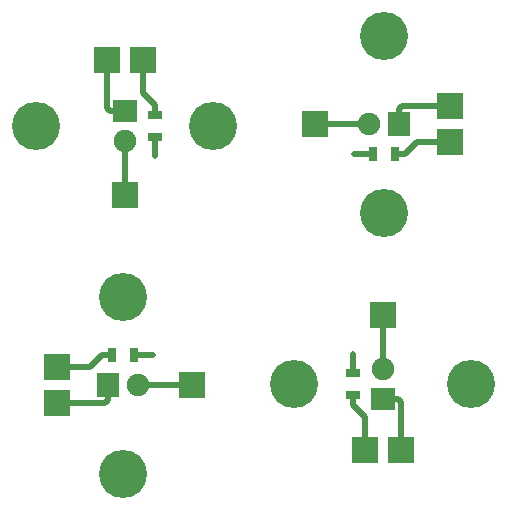
<source format=gbl>
G04 #@! TF.FileFunction,Copper,L2,Bot,Signal*
%FSLAX46Y46*%
G04 Gerber Fmt 4.6, Leading zero omitted, Abs format (unit mm)*
G04 Created by KiCad (PCBNEW 4.0.3-stable) date Sun Sep  4 14:24:28 2016*
%MOMM*%
%LPD*%
G01*
G04 APERTURE LIST*
%ADD10C,0.100000*%
%ADD11C,4.064000*%
%ADD12R,0.700000X1.300000*%
%ADD13R,2.235200X2.235200*%
%ADD14R,1.900000X2.000000*%
%ADD15C,1.900000*%
%ADD16R,2.000000X1.900000*%
%ADD17R,1.300000X0.700000*%
%ADD18C,0.400000*%
%ADD19C,0.500000*%
G04 APERTURE END LIST*
D10*
D11*
X62801500Y-30663500D03*
X62801500Y-45663500D03*
D12*
X61851500Y-40703500D03*
X63751500Y-40703500D03*
D13*
X56959500Y-38163500D03*
X68389500Y-39687500D03*
X68389500Y-36639500D03*
D14*
X64071500Y-38163500D03*
D15*
X61531500Y-38163500D03*
D16*
X40830500Y-37020500D03*
D15*
X40830500Y-39560500D03*
D13*
X39306500Y-32702500D03*
X42354500Y-32702500D03*
X40830500Y-44132500D03*
D17*
X43370500Y-39240500D03*
X43370500Y-37340500D03*
D11*
X48330500Y-38290500D03*
X33330500Y-38290500D03*
X70174500Y-60134500D03*
X55174500Y-60134500D03*
D17*
X60134500Y-59184500D03*
X60134500Y-61084500D03*
D13*
X62674500Y-54292500D03*
X61150500Y-65722500D03*
X64198500Y-65722500D03*
D16*
X62674500Y-61404500D03*
D15*
X62674500Y-58864500D03*
D14*
X39433500Y-60261500D03*
D15*
X41973500Y-60261500D03*
D13*
X35115500Y-61785500D03*
X35115500Y-58737500D03*
X46545500Y-60261500D03*
D12*
X41653500Y-57721500D03*
X39753500Y-57721500D03*
D11*
X40703500Y-52761500D03*
X40703500Y-67761500D03*
D18*
X60261500Y-40703500D03*
X43370500Y-40830500D03*
X60134500Y-57594500D03*
X43243500Y-57721500D03*
D19*
X64325500Y-36639500D02*
X64071500Y-36893500D01*
X64071500Y-36893500D02*
X64071500Y-38163500D01*
X68389500Y-36639500D02*
X64325500Y-36639500D01*
X39306500Y-32702500D02*
X39306500Y-36766500D01*
X39560500Y-37020500D02*
X40830500Y-37020500D01*
X39306500Y-36766500D02*
X39560500Y-37020500D01*
X64198500Y-61658500D02*
X63944500Y-61404500D01*
X63944500Y-61404500D02*
X62674500Y-61404500D01*
X64198500Y-65722500D02*
X64198500Y-61658500D01*
X35115500Y-61785500D02*
X39179500Y-61785500D01*
X39433500Y-61531500D02*
X39433500Y-60261500D01*
X39179500Y-61785500D02*
X39433500Y-61531500D01*
X61531500Y-38163500D02*
X56959500Y-38163500D01*
X40830500Y-39560500D02*
X40830500Y-44132500D01*
X62674500Y-58864500D02*
X62674500Y-54292500D01*
X41973500Y-60261500D02*
X46545500Y-60261500D01*
X60261500Y-40703500D02*
X61851500Y-40703500D01*
X43370500Y-40830500D02*
X43370500Y-39240500D01*
X60134500Y-57594500D02*
X60134500Y-59184500D01*
X43243500Y-57721500D02*
X41653500Y-57721500D01*
X64579500Y-40703500D02*
X65595500Y-39687500D01*
X65595500Y-39687500D02*
X68389500Y-39687500D01*
X63751500Y-40703500D02*
X64579500Y-40703500D01*
X43370500Y-37340500D02*
X43370500Y-36512500D01*
X42354500Y-35496500D02*
X42354500Y-32702500D01*
X43370500Y-36512500D02*
X42354500Y-35496500D01*
X60134500Y-61912500D02*
X61150500Y-62928500D01*
X61150500Y-62928500D02*
X61150500Y-65722500D01*
X60134500Y-61084500D02*
X60134500Y-61912500D01*
X39753500Y-57721500D02*
X38925500Y-57721500D01*
X37909500Y-58737500D02*
X35115500Y-58737500D01*
X38925500Y-57721500D02*
X37909500Y-58737500D01*
M02*

</source>
